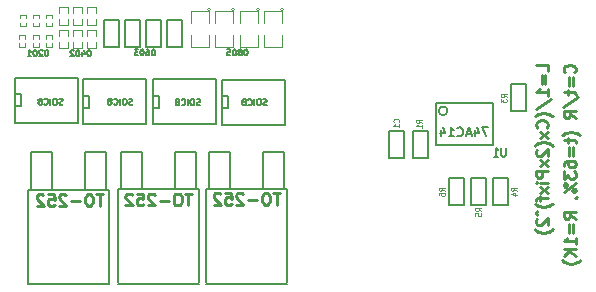
<source format=gbo>
G04 (created by PCBNEW (2013-07-07 BZR 4022)-stable) date 1/31/2014 1:18:34 AM*
%MOIN*%
G04 Gerber Fmt 3.4, Leading zero omitted, Abs format*
%FSLAX34Y34*%
G01*
G70*
G90*
G04 APERTURE LIST*
%ADD10C,0.00590551*%
%ADD11C,0.00984252*%
%ADD12C,0.005*%
%ADD13C,0.008*%
%ADD14C,0.0039*%
%ADD15C,0.0028*%
%ADD16C,0.00314961*%
%ADD17C,0.00625*%
%ADD18C,0.0063*%
%ADD19C,0.0045*%
G04 APERTURE END LIST*
G54D10*
G54D11*
X68644Y-63285D02*
X68419Y-63285D01*
X68532Y-63679D02*
X68532Y-63285D01*
X68213Y-63285D02*
X68138Y-63285D01*
X68101Y-63304D01*
X68063Y-63341D01*
X68044Y-63416D01*
X68044Y-63548D01*
X68063Y-63623D01*
X68101Y-63660D01*
X68138Y-63679D01*
X68213Y-63679D01*
X68251Y-63660D01*
X68288Y-63623D01*
X68307Y-63548D01*
X68307Y-63416D01*
X68288Y-63341D01*
X68251Y-63304D01*
X68213Y-63285D01*
X67876Y-63529D02*
X67576Y-63529D01*
X67407Y-63323D02*
X67388Y-63304D01*
X67351Y-63285D01*
X67257Y-63285D01*
X67220Y-63304D01*
X67201Y-63323D01*
X67182Y-63360D01*
X67182Y-63398D01*
X67201Y-63454D01*
X67426Y-63679D01*
X67182Y-63679D01*
X66826Y-63285D02*
X67013Y-63285D01*
X67032Y-63473D01*
X67013Y-63454D01*
X66976Y-63435D01*
X66882Y-63435D01*
X66845Y-63454D01*
X66826Y-63473D01*
X66807Y-63510D01*
X66807Y-63604D01*
X66826Y-63641D01*
X66845Y-63660D01*
X66882Y-63679D01*
X66976Y-63679D01*
X67013Y-63660D01*
X67032Y-63641D01*
X66657Y-63323D02*
X66638Y-63304D01*
X66601Y-63285D01*
X66507Y-63285D01*
X66470Y-63304D01*
X66451Y-63323D01*
X66432Y-63360D01*
X66432Y-63398D01*
X66451Y-63454D01*
X66676Y-63679D01*
X66432Y-63679D01*
X71604Y-63265D02*
X71379Y-63265D01*
X71492Y-63659D02*
X71492Y-63265D01*
X71173Y-63265D02*
X71098Y-63265D01*
X71061Y-63284D01*
X71023Y-63321D01*
X71004Y-63396D01*
X71004Y-63528D01*
X71023Y-63603D01*
X71061Y-63640D01*
X71098Y-63659D01*
X71173Y-63659D01*
X71211Y-63640D01*
X71248Y-63603D01*
X71267Y-63528D01*
X71267Y-63396D01*
X71248Y-63321D01*
X71211Y-63284D01*
X71173Y-63265D01*
X70836Y-63509D02*
X70536Y-63509D01*
X70367Y-63303D02*
X70348Y-63284D01*
X70311Y-63265D01*
X70217Y-63265D01*
X70180Y-63284D01*
X70161Y-63303D01*
X70142Y-63340D01*
X70142Y-63378D01*
X70161Y-63434D01*
X70386Y-63659D01*
X70142Y-63659D01*
X69786Y-63265D02*
X69973Y-63265D01*
X69992Y-63453D01*
X69973Y-63434D01*
X69936Y-63415D01*
X69842Y-63415D01*
X69805Y-63434D01*
X69786Y-63453D01*
X69767Y-63490D01*
X69767Y-63584D01*
X69786Y-63621D01*
X69805Y-63640D01*
X69842Y-63659D01*
X69936Y-63659D01*
X69973Y-63640D01*
X69992Y-63621D01*
X69617Y-63303D02*
X69598Y-63284D01*
X69561Y-63265D01*
X69467Y-63265D01*
X69430Y-63284D01*
X69411Y-63303D01*
X69392Y-63340D01*
X69392Y-63378D01*
X69411Y-63434D01*
X69636Y-63659D01*
X69392Y-63659D01*
X74544Y-63245D02*
X74319Y-63245D01*
X74432Y-63639D02*
X74432Y-63245D01*
X74113Y-63245D02*
X74038Y-63245D01*
X74001Y-63264D01*
X73963Y-63301D01*
X73944Y-63376D01*
X73944Y-63508D01*
X73963Y-63583D01*
X74001Y-63620D01*
X74038Y-63639D01*
X74113Y-63639D01*
X74151Y-63620D01*
X74188Y-63583D01*
X74207Y-63508D01*
X74207Y-63376D01*
X74188Y-63301D01*
X74151Y-63264D01*
X74113Y-63245D01*
X73776Y-63489D02*
X73476Y-63489D01*
X73307Y-63283D02*
X73288Y-63264D01*
X73251Y-63245D01*
X73157Y-63245D01*
X73120Y-63264D01*
X73101Y-63283D01*
X73082Y-63320D01*
X73082Y-63358D01*
X73101Y-63414D01*
X73326Y-63639D01*
X73082Y-63639D01*
X72726Y-63245D02*
X72913Y-63245D01*
X72932Y-63433D01*
X72913Y-63414D01*
X72876Y-63395D01*
X72782Y-63395D01*
X72745Y-63414D01*
X72726Y-63433D01*
X72707Y-63470D01*
X72707Y-63564D01*
X72726Y-63601D01*
X72745Y-63620D01*
X72782Y-63639D01*
X72876Y-63639D01*
X72913Y-63620D01*
X72932Y-63601D01*
X72557Y-63283D02*
X72538Y-63264D01*
X72501Y-63245D01*
X72407Y-63245D01*
X72370Y-63264D01*
X72351Y-63283D01*
X72332Y-63320D01*
X72332Y-63358D01*
X72351Y-63414D01*
X72576Y-63639D01*
X72332Y-63639D01*
G54D12*
X67304Y-60291D02*
X67276Y-60300D01*
X67228Y-60300D01*
X67209Y-60291D01*
X67200Y-60281D01*
X67190Y-60262D01*
X67190Y-60243D01*
X67200Y-60224D01*
X67209Y-60215D01*
X67228Y-60205D01*
X67266Y-60196D01*
X67285Y-60186D01*
X67295Y-60177D01*
X67304Y-60158D01*
X67304Y-60139D01*
X67295Y-60120D01*
X67285Y-60110D01*
X67266Y-60100D01*
X67219Y-60100D01*
X67190Y-60110D01*
X67066Y-60100D02*
X67028Y-60100D01*
X67009Y-60110D01*
X66990Y-60129D01*
X66980Y-60167D01*
X66980Y-60234D01*
X66990Y-60272D01*
X67009Y-60291D01*
X67028Y-60300D01*
X67066Y-60300D01*
X67085Y-60291D01*
X67104Y-60272D01*
X67114Y-60234D01*
X67114Y-60167D01*
X67104Y-60129D01*
X67085Y-60110D01*
X67066Y-60100D01*
X66895Y-60300D02*
X66895Y-60100D01*
X66685Y-60281D02*
X66695Y-60291D01*
X66723Y-60300D01*
X66742Y-60300D01*
X66771Y-60291D01*
X66790Y-60272D01*
X66800Y-60253D01*
X66809Y-60215D01*
X66809Y-60186D01*
X66800Y-60148D01*
X66790Y-60129D01*
X66771Y-60110D01*
X66742Y-60100D01*
X66723Y-60100D01*
X66695Y-60110D01*
X66685Y-60120D01*
X66571Y-60186D02*
X66590Y-60177D01*
X66600Y-60167D01*
X66609Y-60148D01*
X66609Y-60139D01*
X66600Y-60120D01*
X66590Y-60110D01*
X66571Y-60100D01*
X66533Y-60100D01*
X66514Y-60110D01*
X66504Y-60120D01*
X66495Y-60139D01*
X66495Y-60148D01*
X66504Y-60167D01*
X66514Y-60177D01*
X66533Y-60186D01*
X66571Y-60186D01*
X66590Y-60196D01*
X66600Y-60205D01*
X66609Y-60224D01*
X66609Y-60262D01*
X66600Y-60281D01*
X66590Y-60291D01*
X66571Y-60300D01*
X66533Y-60300D01*
X66514Y-60291D01*
X66504Y-60281D01*
X66495Y-60262D01*
X66495Y-60224D01*
X66504Y-60205D01*
X66514Y-60196D01*
X66533Y-60186D01*
X69624Y-60291D02*
X69596Y-60300D01*
X69548Y-60300D01*
X69529Y-60291D01*
X69520Y-60281D01*
X69510Y-60262D01*
X69510Y-60243D01*
X69520Y-60224D01*
X69529Y-60215D01*
X69548Y-60205D01*
X69586Y-60196D01*
X69605Y-60186D01*
X69615Y-60177D01*
X69624Y-60158D01*
X69624Y-60139D01*
X69615Y-60120D01*
X69605Y-60110D01*
X69586Y-60100D01*
X69539Y-60100D01*
X69510Y-60110D01*
X69386Y-60100D02*
X69348Y-60100D01*
X69329Y-60110D01*
X69310Y-60129D01*
X69300Y-60167D01*
X69300Y-60234D01*
X69310Y-60272D01*
X69329Y-60291D01*
X69348Y-60300D01*
X69386Y-60300D01*
X69405Y-60291D01*
X69424Y-60272D01*
X69434Y-60234D01*
X69434Y-60167D01*
X69424Y-60129D01*
X69405Y-60110D01*
X69386Y-60100D01*
X69215Y-60300D02*
X69215Y-60100D01*
X69005Y-60281D02*
X69015Y-60291D01*
X69043Y-60300D01*
X69062Y-60300D01*
X69091Y-60291D01*
X69110Y-60272D01*
X69120Y-60253D01*
X69129Y-60215D01*
X69129Y-60186D01*
X69120Y-60148D01*
X69110Y-60129D01*
X69091Y-60110D01*
X69062Y-60100D01*
X69043Y-60100D01*
X69015Y-60110D01*
X69005Y-60120D01*
X68891Y-60186D02*
X68910Y-60177D01*
X68920Y-60167D01*
X68929Y-60148D01*
X68929Y-60139D01*
X68920Y-60120D01*
X68910Y-60110D01*
X68891Y-60100D01*
X68853Y-60100D01*
X68834Y-60110D01*
X68824Y-60120D01*
X68815Y-60139D01*
X68815Y-60148D01*
X68824Y-60167D01*
X68834Y-60177D01*
X68853Y-60186D01*
X68891Y-60186D01*
X68910Y-60196D01*
X68920Y-60205D01*
X68929Y-60224D01*
X68929Y-60262D01*
X68920Y-60281D01*
X68910Y-60291D01*
X68891Y-60300D01*
X68853Y-60300D01*
X68834Y-60291D01*
X68824Y-60281D01*
X68815Y-60262D01*
X68815Y-60224D01*
X68824Y-60205D01*
X68834Y-60196D01*
X68853Y-60186D01*
X71884Y-60311D02*
X71856Y-60320D01*
X71808Y-60320D01*
X71789Y-60311D01*
X71780Y-60301D01*
X71770Y-60282D01*
X71770Y-60263D01*
X71780Y-60244D01*
X71789Y-60235D01*
X71808Y-60225D01*
X71846Y-60216D01*
X71865Y-60206D01*
X71875Y-60197D01*
X71884Y-60178D01*
X71884Y-60159D01*
X71875Y-60140D01*
X71865Y-60130D01*
X71846Y-60120D01*
X71799Y-60120D01*
X71770Y-60130D01*
X71646Y-60120D02*
X71608Y-60120D01*
X71589Y-60130D01*
X71570Y-60149D01*
X71560Y-60187D01*
X71560Y-60254D01*
X71570Y-60292D01*
X71589Y-60311D01*
X71608Y-60320D01*
X71646Y-60320D01*
X71665Y-60311D01*
X71684Y-60292D01*
X71694Y-60254D01*
X71694Y-60187D01*
X71684Y-60149D01*
X71665Y-60130D01*
X71646Y-60120D01*
X71475Y-60320D02*
X71475Y-60120D01*
X71265Y-60301D02*
X71275Y-60311D01*
X71303Y-60320D01*
X71322Y-60320D01*
X71351Y-60311D01*
X71370Y-60292D01*
X71380Y-60273D01*
X71389Y-60235D01*
X71389Y-60206D01*
X71380Y-60168D01*
X71370Y-60149D01*
X71351Y-60130D01*
X71322Y-60120D01*
X71303Y-60120D01*
X71275Y-60130D01*
X71265Y-60140D01*
X71151Y-60206D02*
X71170Y-60197D01*
X71180Y-60187D01*
X71189Y-60168D01*
X71189Y-60159D01*
X71180Y-60140D01*
X71170Y-60130D01*
X71151Y-60120D01*
X71113Y-60120D01*
X71094Y-60130D01*
X71084Y-60140D01*
X71075Y-60159D01*
X71075Y-60168D01*
X71084Y-60187D01*
X71094Y-60197D01*
X71113Y-60206D01*
X71151Y-60206D01*
X71170Y-60216D01*
X71180Y-60225D01*
X71189Y-60244D01*
X71189Y-60282D01*
X71180Y-60301D01*
X71170Y-60311D01*
X71151Y-60320D01*
X71113Y-60320D01*
X71094Y-60311D01*
X71084Y-60301D01*
X71075Y-60282D01*
X71075Y-60244D01*
X71084Y-60225D01*
X71094Y-60216D01*
X71113Y-60206D01*
X74104Y-60311D02*
X74076Y-60320D01*
X74028Y-60320D01*
X74009Y-60311D01*
X74000Y-60301D01*
X73990Y-60282D01*
X73990Y-60263D01*
X74000Y-60244D01*
X74009Y-60235D01*
X74028Y-60225D01*
X74066Y-60216D01*
X74085Y-60206D01*
X74095Y-60197D01*
X74104Y-60178D01*
X74104Y-60159D01*
X74095Y-60140D01*
X74085Y-60130D01*
X74066Y-60120D01*
X74019Y-60120D01*
X73990Y-60130D01*
X73866Y-60120D02*
X73828Y-60120D01*
X73809Y-60130D01*
X73790Y-60149D01*
X73780Y-60187D01*
X73780Y-60254D01*
X73790Y-60292D01*
X73809Y-60311D01*
X73828Y-60320D01*
X73866Y-60320D01*
X73885Y-60311D01*
X73904Y-60292D01*
X73914Y-60254D01*
X73914Y-60187D01*
X73904Y-60149D01*
X73885Y-60130D01*
X73866Y-60120D01*
X73695Y-60320D02*
X73695Y-60120D01*
X73485Y-60301D02*
X73495Y-60311D01*
X73523Y-60320D01*
X73542Y-60320D01*
X73571Y-60311D01*
X73590Y-60292D01*
X73600Y-60273D01*
X73609Y-60235D01*
X73609Y-60206D01*
X73600Y-60168D01*
X73590Y-60149D01*
X73571Y-60130D01*
X73542Y-60120D01*
X73523Y-60120D01*
X73495Y-60130D01*
X73485Y-60140D01*
X73371Y-60206D02*
X73390Y-60197D01*
X73400Y-60187D01*
X73409Y-60168D01*
X73409Y-60159D01*
X73400Y-60140D01*
X73390Y-60130D01*
X73371Y-60120D01*
X73333Y-60120D01*
X73314Y-60130D01*
X73304Y-60140D01*
X73295Y-60159D01*
X73295Y-60168D01*
X73304Y-60187D01*
X73314Y-60197D01*
X73333Y-60206D01*
X73371Y-60206D01*
X73390Y-60216D01*
X73400Y-60225D01*
X73409Y-60244D01*
X73409Y-60282D01*
X73400Y-60301D01*
X73390Y-60311D01*
X73371Y-60320D01*
X73333Y-60320D01*
X73314Y-60311D01*
X73304Y-60301D01*
X73295Y-60282D01*
X73295Y-60244D01*
X73304Y-60225D01*
X73314Y-60216D01*
X73333Y-60206D01*
X73415Y-58460D02*
X73396Y-58460D01*
X73377Y-58470D01*
X73367Y-58480D01*
X73358Y-58499D01*
X73348Y-58537D01*
X73348Y-58584D01*
X73358Y-58622D01*
X73367Y-58641D01*
X73377Y-58651D01*
X73396Y-58660D01*
X73415Y-58660D01*
X73434Y-58651D01*
X73443Y-58641D01*
X73453Y-58622D01*
X73462Y-58584D01*
X73462Y-58537D01*
X73453Y-58499D01*
X73443Y-58480D01*
X73434Y-58470D01*
X73415Y-58460D01*
X73234Y-58546D02*
X73253Y-58537D01*
X73262Y-58527D01*
X73272Y-58508D01*
X73272Y-58499D01*
X73262Y-58480D01*
X73253Y-58470D01*
X73234Y-58460D01*
X73196Y-58460D01*
X73177Y-58470D01*
X73167Y-58480D01*
X73158Y-58499D01*
X73158Y-58508D01*
X73167Y-58527D01*
X73177Y-58537D01*
X73196Y-58546D01*
X73234Y-58546D01*
X73253Y-58556D01*
X73262Y-58565D01*
X73272Y-58584D01*
X73272Y-58622D01*
X73262Y-58641D01*
X73253Y-58651D01*
X73234Y-58660D01*
X73196Y-58660D01*
X73177Y-58651D01*
X73167Y-58641D01*
X73158Y-58622D01*
X73158Y-58584D01*
X73167Y-58565D01*
X73177Y-58556D01*
X73196Y-58546D01*
X73034Y-58460D02*
X73015Y-58460D01*
X72996Y-58470D01*
X72986Y-58480D01*
X72977Y-58499D01*
X72967Y-58537D01*
X72967Y-58584D01*
X72977Y-58622D01*
X72986Y-58641D01*
X72996Y-58651D01*
X73015Y-58660D01*
X73034Y-58660D01*
X73053Y-58651D01*
X73062Y-58641D01*
X73072Y-58622D01*
X73081Y-58584D01*
X73081Y-58537D01*
X73072Y-58499D01*
X73062Y-58480D01*
X73053Y-58470D01*
X73034Y-58460D01*
X72786Y-58460D02*
X72881Y-58460D01*
X72891Y-58556D01*
X72881Y-58546D01*
X72862Y-58537D01*
X72815Y-58537D01*
X72796Y-58546D01*
X72786Y-58556D01*
X72777Y-58575D01*
X72777Y-58622D01*
X72786Y-58641D01*
X72796Y-58651D01*
X72815Y-58660D01*
X72862Y-58660D01*
X72881Y-58651D01*
X72891Y-58641D01*
X70335Y-58460D02*
X70316Y-58460D01*
X70297Y-58470D01*
X70287Y-58480D01*
X70278Y-58499D01*
X70268Y-58537D01*
X70268Y-58584D01*
X70278Y-58622D01*
X70287Y-58641D01*
X70297Y-58651D01*
X70316Y-58660D01*
X70335Y-58660D01*
X70354Y-58651D01*
X70363Y-58641D01*
X70373Y-58622D01*
X70382Y-58584D01*
X70382Y-58537D01*
X70373Y-58499D01*
X70363Y-58480D01*
X70354Y-58470D01*
X70335Y-58460D01*
X70097Y-58460D02*
X70135Y-58460D01*
X70154Y-58470D01*
X70163Y-58480D01*
X70182Y-58508D01*
X70192Y-58546D01*
X70192Y-58622D01*
X70182Y-58641D01*
X70173Y-58651D01*
X70154Y-58660D01*
X70116Y-58660D01*
X70097Y-58651D01*
X70087Y-58641D01*
X70078Y-58622D01*
X70078Y-58575D01*
X70087Y-58556D01*
X70097Y-58546D01*
X70116Y-58537D01*
X70154Y-58537D01*
X70173Y-58546D01*
X70182Y-58556D01*
X70192Y-58575D01*
X69954Y-58460D02*
X69935Y-58460D01*
X69916Y-58470D01*
X69906Y-58480D01*
X69897Y-58499D01*
X69887Y-58537D01*
X69887Y-58584D01*
X69897Y-58622D01*
X69906Y-58641D01*
X69916Y-58651D01*
X69935Y-58660D01*
X69954Y-58660D01*
X69973Y-58651D01*
X69982Y-58641D01*
X69992Y-58622D01*
X70001Y-58584D01*
X70001Y-58537D01*
X69992Y-58499D01*
X69982Y-58480D01*
X69973Y-58470D01*
X69954Y-58460D01*
X69820Y-58460D02*
X69697Y-58460D01*
X69763Y-58537D01*
X69735Y-58537D01*
X69716Y-58546D01*
X69706Y-58556D01*
X69697Y-58575D01*
X69697Y-58622D01*
X69706Y-58641D01*
X69716Y-58651D01*
X69735Y-58660D01*
X69792Y-58660D01*
X69811Y-58651D01*
X69820Y-58641D01*
X68195Y-58480D02*
X68176Y-58480D01*
X68157Y-58490D01*
X68147Y-58500D01*
X68138Y-58519D01*
X68128Y-58557D01*
X68128Y-58604D01*
X68138Y-58642D01*
X68147Y-58661D01*
X68157Y-58671D01*
X68176Y-58680D01*
X68195Y-58680D01*
X68214Y-58671D01*
X68223Y-58661D01*
X68233Y-58642D01*
X68242Y-58604D01*
X68242Y-58557D01*
X68233Y-58519D01*
X68223Y-58500D01*
X68214Y-58490D01*
X68195Y-58480D01*
X67957Y-58547D02*
X67957Y-58680D01*
X68004Y-58471D02*
X68052Y-58614D01*
X67928Y-58614D01*
X67814Y-58480D02*
X67795Y-58480D01*
X67776Y-58490D01*
X67766Y-58500D01*
X67757Y-58519D01*
X67747Y-58557D01*
X67747Y-58604D01*
X67757Y-58642D01*
X67766Y-58661D01*
X67776Y-58671D01*
X67795Y-58680D01*
X67814Y-58680D01*
X67833Y-58671D01*
X67842Y-58661D01*
X67852Y-58642D01*
X67861Y-58604D01*
X67861Y-58557D01*
X67852Y-58519D01*
X67842Y-58500D01*
X67833Y-58490D01*
X67814Y-58480D01*
X67671Y-58500D02*
X67661Y-58490D01*
X67642Y-58480D01*
X67595Y-58480D01*
X67576Y-58490D01*
X67566Y-58500D01*
X67557Y-58519D01*
X67557Y-58538D01*
X67566Y-58566D01*
X67680Y-58680D01*
X67557Y-58680D01*
X66775Y-58480D02*
X66756Y-58480D01*
X66737Y-58490D01*
X66727Y-58500D01*
X66718Y-58519D01*
X66708Y-58557D01*
X66708Y-58604D01*
X66718Y-58642D01*
X66727Y-58661D01*
X66737Y-58671D01*
X66756Y-58680D01*
X66775Y-58680D01*
X66794Y-58671D01*
X66803Y-58661D01*
X66813Y-58642D01*
X66822Y-58604D01*
X66822Y-58557D01*
X66813Y-58519D01*
X66803Y-58500D01*
X66794Y-58490D01*
X66775Y-58480D01*
X66632Y-58500D02*
X66622Y-58490D01*
X66603Y-58480D01*
X66556Y-58480D01*
X66537Y-58490D01*
X66527Y-58500D01*
X66518Y-58519D01*
X66518Y-58538D01*
X66527Y-58566D01*
X66641Y-58680D01*
X66518Y-58680D01*
X66394Y-58480D02*
X66375Y-58480D01*
X66356Y-58490D01*
X66346Y-58500D01*
X66337Y-58519D01*
X66327Y-58557D01*
X66327Y-58604D01*
X66337Y-58642D01*
X66346Y-58661D01*
X66356Y-58671D01*
X66375Y-58680D01*
X66394Y-58680D01*
X66413Y-58671D01*
X66422Y-58661D01*
X66432Y-58642D01*
X66441Y-58604D01*
X66441Y-58557D01*
X66432Y-58519D01*
X66422Y-58500D01*
X66413Y-58490D01*
X66394Y-58480D01*
X66137Y-58680D02*
X66251Y-58680D01*
X66194Y-58680D02*
X66194Y-58480D01*
X66213Y-58509D01*
X66232Y-58528D01*
X66251Y-58538D01*
G54D11*
X83479Y-59174D02*
X83479Y-58986D01*
X83085Y-58986D01*
X83273Y-59305D02*
X83273Y-59605D01*
X83385Y-59605D02*
X83385Y-59305D01*
X83479Y-59998D02*
X83479Y-59774D01*
X83479Y-59886D02*
X83085Y-59886D01*
X83141Y-59848D01*
X83179Y-59811D01*
X83198Y-59774D01*
X83066Y-60448D02*
X83573Y-60111D01*
X83629Y-60692D02*
X83610Y-60673D01*
X83554Y-60636D01*
X83516Y-60617D01*
X83460Y-60598D01*
X83366Y-60580D01*
X83291Y-60580D01*
X83198Y-60598D01*
X83141Y-60617D01*
X83104Y-60636D01*
X83048Y-60673D01*
X83029Y-60692D01*
X83441Y-61067D02*
X83460Y-61048D01*
X83479Y-60992D01*
X83479Y-60955D01*
X83460Y-60898D01*
X83423Y-60861D01*
X83385Y-60842D01*
X83310Y-60823D01*
X83254Y-60823D01*
X83179Y-60842D01*
X83141Y-60861D01*
X83104Y-60898D01*
X83085Y-60955D01*
X83085Y-60992D01*
X83104Y-61048D01*
X83123Y-61067D01*
X83479Y-61198D02*
X83216Y-61405D01*
X83216Y-61198D02*
X83479Y-61405D01*
X83629Y-61667D02*
X83610Y-61648D01*
X83554Y-61611D01*
X83516Y-61592D01*
X83460Y-61573D01*
X83366Y-61555D01*
X83291Y-61555D01*
X83198Y-61573D01*
X83141Y-61592D01*
X83104Y-61611D01*
X83048Y-61648D01*
X83029Y-61667D01*
X83123Y-61798D02*
X83104Y-61817D01*
X83085Y-61854D01*
X83085Y-61948D01*
X83104Y-61986D01*
X83123Y-62004D01*
X83160Y-62023D01*
X83198Y-62023D01*
X83254Y-62004D01*
X83479Y-61780D01*
X83479Y-62023D01*
X83479Y-62154D02*
X83216Y-62361D01*
X83216Y-62154D02*
X83479Y-62361D01*
X83479Y-62511D02*
X83085Y-62511D01*
X83085Y-62661D01*
X83104Y-62698D01*
X83123Y-62717D01*
X83160Y-62736D01*
X83216Y-62736D01*
X83254Y-62717D01*
X83273Y-62698D01*
X83291Y-62661D01*
X83291Y-62511D01*
X83479Y-62904D02*
X83216Y-62904D01*
X83085Y-62904D02*
X83104Y-62886D01*
X83123Y-62904D01*
X83104Y-62923D01*
X83085Y-62904D01*
X83123Y-62904D01*
X83479Y-63054D02*
X83216Y-63261D01*
X83216Y-63054D02*
X83479Y-63261D01*
X83216Y-63354D02*
X83216Y-63504D01*
X83479Y-63411D02*
X83141Y-63411D01*
X83104Y-63429D01*
X83085Y-63467D01*
X83085Y-63504D01*
X83629Y-63598D02*
X83610Y-63617D01*
X83554Y-63654D01*
X83516Y-63673D01*
X83460Y-63692D01*
X83366Y-63711D01*
X83291Y-63711D01*
X83198Y-63692D01*
X83141Y-63673D01*
X83104Y-63654D01*
X83048Y-63617D01*
X83029Y-63598D01*
X83123Y-63842D02*
X83066Y-63917D01*
X83123Y-63992D01*
X83123Y-64104D02*
X83104Y-64123D01*
X83085Y-64160D01*
X83085Y-64254D01*
X83104Y-64292D01*
X83123Y-64310D01*
X83160Y-64329D01*
X83198Y-64329D01*
X83254Y-64310D01*
X83479Y-64085D01*
X83479Y-64329D01*
X83629Y-64460D02*
X83610Y-64479D01*
X83554Y-64517D01*
X83516Y-64535D01*
X83460Y-64554D01*
X83366Y-64573D01*
X83291Y-64573D01*
X83198Y-64554D01*
X83141Y-64535D01*
X83104Y-64517D01*
X83048Y-64479D01*
X83029Y-64460D01*
X84361Y-59225D02*
X84380Y-59206D01*
X84399Y-59150D01*
X84399Y-59112D01*
X84380Y-59056D01*
X84343Y-59019D01*
X84305Y-59000D01*
X84230Y-58981D01*
X84174Y-58981D01*
X84099Y-59000D01*
X84061Y-59019D01*
X84024Y-59056D01*
X84005Y-59112D01*
X84005Y-59150D01*
X84024Y-59206D01*
X84043Y-59225D01*
X84193Y-59394D02*
X84193Y-59694D01*
X84305Y-59694D02*
X84305Y-59394D01*
X84136Y-59825D02*
X84136Y-59975D01*
X84005Y-59881D02*
X84343Y-59881D01*
X84380Y-59900D01*
X84399Y-59937D01*
X84399Y-59975D01*
X83986Y-60387D02*
X84493Y-60050D01*
X84399Y-60743D02*
X84211Y-60612D01*
X84399Y-60518D02*
X84005Y-60518D01*
X84005Y-60668D01*
X84024Y-60706D01*
X84043Y-60725D01*
X84080Y-60743D01*
X84136Y-60743D01*
X84174Y-60725D01*
X84193Y-60706D01*
X84211Y-60668D01*
X84211Y-60518D01*
X84549Y-61325D02*
X84530Y-61306D01*
X84474Y-61268D01*
X84436Y-61250D01*
X84380Y-61231D01*
X84286Y-61212D01*
X84211Y-61212D01*
X84118Y-61231D01*
X84061Y-61250D01*
X84024Y-61268D01*
X83968Y-61306D01*
X83949Y-61325D01*
X84136Y-61418D02*
X84136Y-61568D01*
X84005Y-61475D02*
X84343Y-61475D01*
X84380Y-61493D01*
X84399Y-61531D01*
X84399Y-61568D01*
X84193Y-61700D02*
X84193Y-62000D01*
X84305Y-62000D02*
X84305Y-61700D01*
X84005Y-62356D02*
X84005Y-62281D01*
X84024Y-62243D01*
X84043Y-62225D01*
X84099Y-62187D01*
X84174Y-62168D01*
X84324Y-62168D01*
X84361Y-62187D01*
X84380Y-62206D01*
X84399Y-62243D01*
X84399Y-62318D01*
X84380Y-62356D01*
X84361Y-62374D01*
X84324Y-62393D01*
X84230Y-62393D01*
X84193Y-62374D01*
X84174Y-62356D01*
X84155Y-62318D01*
X84155Y-62243D01*
X84174Y-62206D01*
X84193Y-62187D01*
X84230Y-62168D01*
X84005Y-62524D02*
X84005Y-62768D01*
X84155Y-62637D01*
X84155Y-62693D01*
X84174Y-62731D01*
X84193Y-62749D01*
X84230Y-62768D01*
X84324Y-62768D01*
X84361Y-62749D01*
X84380Y-62731D01*
X84399Y-62693D01*
X84399Y-62581D01*
X84380Y-62543D01*
X84361Y-62524D01*
X84399Y-62918D02*
X84005Y-63218D01*
X84005Y-62974D02*
X84024Y-63012D01*
X84061Y-63031D01*
X84099Y-63012D01*
X84118Y-62974D01*
X84099Y-62937D01*
X84061Y-62918D01*
X84024Y-62937D01*
X84005Y-62974D01*
X84380Y-63199D02*
X84343Y-63218D01*
X84305Y-63199D01*
X84286Y-63162D01*
X84305Y-63124D01*
X84343Y-63106D01*
X84380Y-63124D01*
X84399Y-63162D01*
X84380Y-63199D01*
X84380Y-63406D02*
X84399Y-63406D01*
X84436Y-63387D01*
X84455Y-63368D01*
X84399Y-64099D02*
X84211Y-63968D01*
X84399Y-63874D02*
X84005Y-63874D01*
X84005Y-64024D01*
X84024Y-64062D01*
X84043Y-64081D01*
X84080Y-64099D01*
X84136Y-64099D01*
X84174Y-64081D01*
X84193Y-64062D01*
X84211Y-64024D01*
X84211Y-63874D01*
X84193Y-64268D02*
X84193Y-64568D01*
X84305Y-64568D02*
X84305Y-64268D01*
X84399Y-64962D02*
X84399Y-64737D01*
X84399Y-64849D02*
X84005Y-64849D01*
X84061Y-64812D01*
X84099Y-64774D01*
X84118Y-64737D01*
X84399Y-65130D02*
X84005Y-65130D01*
X84399Y-65355D02*
X84174Y-65187D01*
X84005Y-65355D02*
X84230Y-65130D01*
X84549Y-65487D02*
X84530Y-65505D01*
X84474Y-65543D01*
X84436Y-65562D01*
X84380Y-65580D01*
X84286Y-65599D01*
X84211Y-65599D01*
X84118Y-65580D01*
X84061Y-65562D01*
X84024Y-65543D01*
X83968Y-65505D01*
X83949Y-65487D01*
G54D13*
X79730Y-61660D02*
X81630Y-61660D01*
X81630Y-61660D02*
X81630Y-60260D01*
X81630Y-60260D02*
X79730Y-60260D01*
X79730Y-60260D02*
X79730Y-61660D01*
X80130Y-60510D02*
G75*
G03X80130Y-60510I-150J0D01*
G74*
G01*
G54D12*
X78190Y-61190D02*
X78190Y-62090D01*
X78190Y-62090D02*
X78690Y-62090D01*
X78690Y-62090D02*
X78690Y-61190D01*
X78690Y-61190D02*
X78190Y-61190D01*
X78970Y-61190D02*
X78970Y-62090D01*
X78970Y-62090D02*
X79470Y-62090D01*
X79470Y-62090D02*
X79470Y-61190D01*
X79470Y-61190D02*
X78970Y-61190D01*
X80170Y-62750D02*
X80170Y-63650D01*
X80170Y-63650D02*
X80670Y-63650D01*
X80670Y-63650D02*
X80670Y-62750D01*
X80670Y-62750D02*
X80170Y-62750D01*
X80910Y-62750D02*
X80910Y-63650D01*
X80910Y-63650D02*
X81410Y-63650D01*
X81410Y-63650D02*
X81410Y-62750D01*
X81410Y-62750D02*
X80910Y-62750D01*
X81650Y-62750D02*
X81650Y-63650D01*
X81650Y-63650D02*
X82150Y-63650D01*
X82150Y-63650D02*
X82150Y-62750D01*
X82150Y-62750D02*
X81650Y-62750D01*
X82730Y-60530D02*
X82730Y-59630D01*
X82730Y-59630D02*
X82230Y-59630D01*
X82230Y-59630D02*
X82230Y-60530D01*
X82230Y-60530D02*
X82730Y-60530D01*
X73970Y-63120D02*
X73970Y-61870D01*
X73970Y-61870D02*
X74670Y-61870D01*
X74670Y-61870D02*
X74670Y-63120D01*
X72170Y-63120D02*
X72170Y-61870D01*
X72170Y-61870D02*
X72870Y-61870D01*
X72870Y-61870D02*
X72870Y-63120D01*
X74770Y-65520D02*
X74770Y-63120D01*
X74770Y-63120D02*
X72070Y-63120D01*
X72070Y-63120D02*
X72070Y-66220D01*
X72070Y-66270D02*
X74770Y-66270D01*
X74770Y-66220D02*
X74770Y-65520D01*
X71030Y-63120D02*
X71030Y-61870D01*
X71030Y-61870D02*
X71730Y-61870D01*
X71730Y-61870D02*
X71730Y-63120D01*
X69230Y-63120D02*
X69230Y-61870D01*
X69230Y-61870D02*
X69930Y-61870D01*
X69930Y-61870D02*
X69930Y-63120D01*
X71830Y-65520D02*
X71830Y-63120D01*
X71830Y-63120D02*
X69130Y-63120D01*
X69130Y-63120D02*
X69130Y-66220D01*
X69130Y-66270D02*
X71830Y-66270D01*
X71830Y-66220D02*
X71830Y-65520D01*
X68050Y-63140D02*
X68050Y-61890D01*
X68050Y-61890D02*
X68750Y-61890D01*
X68750Y-61890D02*
X68750Y-63140D01*
X66250Y-63140D02*
X66250Y-61890D01*
X66250Y-61890D02*
X66950Y-61890D01*
X66950Y-61890D02*
X66950Y-63140D01*
X68850Y-65540D02*
X68850Y-63140D01*
X68850Y-63140D02*
X66150Y-63140D01*
X66150Y-63140D02*
X66150Y-66240D01*
X66150Y-66290D02*
X68850Y-66290D01*
X68850Y-66240D02*
X68850Y-65540D01*
X72610Y-59520D02*
X72610Y-59470D01*
X72610Y-59470D02*
X74710Y-59470D01*
X74710Y-60970D02*
X72610Y-60970D01*
X72610Y-60970D02*
X72610Y-59520D01*
X72610Y-60420D02*
X72810Y-60420D01*
X72810Y-60420D02*
X72810Y-60020D01*
X72810Y-60020D02*
X72610Y-60020D01*
X74710Y-60970D02*
X74710Y-59470D01*
X70310Y-59500D02*
X70310Y-59450D01*
X70310Y-59450D02*
X72410Y-59450D01*
X72410Y-60950D02*
X70310Y-60950D01*
X70310Y-60950D02*
X70310Y-59500D01*
X70310Y-60400D02*
X70510Y-60400D01*
X70510Y-60400D02*
X70510Y-60000D01*
X70510Y-60000D02*
X70310Y-60000D01*
X72410Y-60950D02*
X72410Y-59450D01*
X67990Y-59500D02*
X67990Y-59450D01*
X67990Y-59450D02*
X70090Y-59450D01*
X70090Y-60950D02*
X67990Y-60950D01*
X67990Y-60950D02*
X67990Y-59500D01*
X67990Y-60400D02*
X68190Y-60400D01*
X68190Y-60400D02*
X68190Y-60000D01*
X68190Y-60000D02*
X67990Y-60000D01*
X70090Y-60950D02*
X70090Y-59450D01*
X65710Y-59460D02*
X65710Y-59410D01*
X65710Y-59410D02*
X67810Y-59410D01*
X67810Y-60910D02*
X65710Y-60910D01*
X65710Y-60910D02*
X65710Y-59460D01*
X65710Y-60360D02*
X65910Y-60360D01*
X65910Y-60360D02*
X65910Y-59960D01*
X65910Y-59960D02*
X65710Y-59960D01*
X67810Y-60910D02*
X67810Y-59410D01*
G54D14*
X74670Y-57130D02*
G75*
G03X74670Y-57130I-50J0D01*
G74*
G01*
X74620Y-57580D02*
X74620Y-57180D01*
X74620Y-57180D02*
X74020Y-57180D01*
X74020Y-57180D02*
X74020Y-57580D01*
X74020Y-57980D02*
X74020Y-58380D01*
X74020Y-58380D02*
X74620Y-58380D01*
X74620Y-58380D02*
X74620Y-57980D01*
X73850Y-57130D02*
G75*
G03X73850Y-57130I-50J0D01*
G74*
G01*
X73800Y-57580D02*
X73800Y-57180D01*
X73800Y-57180D02*
X73200Y-57180D01*
X73200Y-57180D02*
X73200Y-57580D01*
X73200Y-57980D02*
X73200Y-58380D01*
X73200Y-58380D02*
X73800Y-58380D01*
X73800Y-58380D02*
X73800Y-57980D01*
X73030Y-57130D02*
G75*
G03X73030Y-57130I-50J0D01*
G74*
G01*
X72980Y-57580D02*
X72980Y-57180D01*
X72980Y-57180D02*
X72380Y-57180D01*
X72380Y-57180D02*
X72380Y-57580D01*
X72380Y-57980D02*
X72380Y-58380D01*
X72380Y-58380D02*
X72980Y-58380D01*
X72980Y-58380D02*
X72980Y-57980D01*
X72230Y-57130D02*
G75*
G03X72230Y-57130I-50J0D01*
G74*
G01*
X72180Y-57580D02*
X72180Y-57180D01*
X72180Y-57180D02*
X71580Y-57180D01*
X71580Y-57180D02*
X71580Y-57580D01*
X71580Y-57980D02*
X71580Y-58380D01*
X71580Y-58380D02*
X72180Y-58380D01*
X72180Y-58380D02*
X72180Y-57980D01*
G54D12*
X70770Y-57470D02*
X70770Y-58370D01*
X70770Y-58370D02*
X71270Y-58370D01*
X71270Y-58370D02*
X71270Y-57470D01*
X71270Y-57470D02*
X70770Y-57470D01*
X70070Y-57470D02*
X70070Y-58370D01*
X70070Y-58370D02*
X70570Y-58370D01*
X70570Y-58370D02*
X70570Y-57470D01*
X70570Y-57470D02*
X70070Y-57470D01*
X69370Y-57470D02*
X69370Y-58370D01*
X69370Y-58370D02*
X69870Y-58370D01*
X69870Y-58370D02*
X69870Y-57470D01*
X69870Y-57470D02*
X69370Y-57470D01*
X68690Y-57470D02*
X68690Y-58370D01*
X68690Y-58370D02*
X69190Y-58370D01*
X69190Y-58370D02*
X69190Y-57470D01*
X69190Y-57470D02*
X68690Y-57470D01*
G54D15*
X68110Y-58000D02*
X68110Y-57800D01*
X68110Y-57800D02*
X68410Y-57800D01*
X68410Y-57800D02*
X68410Y-58000D01*
X68110Y-58200D02*
X68110Y-58400D01*
X68110Y-58400D02*
X68410Y-58400D01*
X68410Y-58400D02*
X68410Y-58200D01*
X68410Y-57440D02*
X68410Y-57640D01*
X68410Y-57640D02*
X68110Y-57640D01*
X68110Y-57640D02*
X68110Y-57440D01*
X68410Y-57240D02*
X68410Y-57040D01*
X68410Y-57040D02*
X68110Y-57040D01*
X68110Y-57040D02*
X68110Y-57240D01*
X67650Y-58000D02*
X67650Y-57800D01*
X67650Y-57800D02*
X67950Y-57800D01*
X67950Y-57800D02*
X67950Y-58000D01*
X67650Y-58200D02*
X67650Y-58400D01*
X67650Y-58400D02*
X67950Y-58400D01*
X67950Y-58400D02*
X67950Y-58200D01*
X67650Y-57240D02*
X67650Y-57040D01*
X67650Y-57040D02*
X67950Y-57040D01*
X67950Y-57040D02*
X67950Y-57240D01*
X67650Y-57440D02*
X67650Y-57640D01*
X67650Y-57640D02*
X67950Y-57640D01*
X67950Y-57640D02*
X67950Y-57440D01*
X67190Y-58000D02*
X67190Y-57800D01*
X67190Y-57800D02*
X67490Y-57800D01*
X67490Y-57800D02*
X67490Y-58000D01*
X67190Y-58200D02*
X67190Y-58400D01*
X67190Y-58400D02*
X67490Y-58400D01*
X67490Y-58400D02*
X67490Y-58200D01*
X67190Y-57240D02*
X67190Y-57040D01*
X67190Y-57040D02*
X67490Y-57040D01*
X67490Y-57040D02*
X67490Y-57240D01*
X67190Y-57440D02*
X67190Y-57640D01*
X67190Y-57640D02*
X67490Y-57640D01*
X67490Y-57640D02*
X67490Y-57440D01*
G54D16*
X66741Y-58258D02*
X66741Y-58357D01*
X66741Y-58357D02*
X66741Y-58376D01*
X66741Y-58376D02*
X66938Y-58376D01*
X66938Y-58376D02*
X66938Y-58258D01*
X66741Y-58101D02*
X66741Y-57983D01*
X66741Y-57983D02*
X66938Y-57983D01*
X66938Y-57983D02*
X66938Y-58101D01*
X66741Y-57578D02*
X66741Y-57677D01*
X66741Y-57677D02*
X66741Y-57696D01*
X66741Y-57696D02*
X66938Y-57696D01*
X66938Y-57696D02*
X66938Y-57578D01*
X66741Y-57421D02*
X66741Y-57303D01*
X66741Y-57303D02*
X66938Y-57303D01*
X66938Y-57303D02*
X66938Y-57421D01*
X66301Y-58258D02*
X66301Y-58357D01*
X66301Y-58357D02*
X66301Y-58376D01*
X66301Y-58376D02*
X66498Y-58376D01*
X66498Y-58376D02*
X66498Y-58258D01*
X66301Y-58101D02*
X66301Y-57983D01*
X66301Y-57983D02*
X66498Y-57983D01*
X66498Y-57983D02*
X66498Y-58101D01*
X66301Y-57578D02*
X66301Y-57677D01*
X66301Y-57677D02*
X66301Y-57696D01*
X66301Y-57696D02*
X66498Y-57696D01*
X66498Y-57696D02*
X66498Y-57578D01*
X66301Y-57421D02*
X66301Y-57303D01*
X66301Y-57303D02*
X66498Y-57303D01*
X66498Y-57303D02*
X66498Y-57421D01*
X65861Y-58258D02*
X65861Y-58357D01*
X65861Y-58357D02*
X65861Y-58376D01*
X65861Y-58376D02*
X66058Y-58376D01*
X66058Y-58376D02*
X66058Y-58258D01*
X65861Y-58101D02*
X65861Y-57983D01*
X65861Y-57983D02*
X66058Y-57983D01*
X66058Y-57983D02*
X66058Y-58101D01*
X65881Y-57578D02*
X65881Y-57677D01*
X65881Y-57677D02*
X65881Y-57696D01*
X65881Y-57696D02*
X66078Y-57696D01*
X66078Y-57696D02*
X66078Y-57578D01*
X65881Y-57421D02*
X65881Y-57303D01*
X65881Y-57303D02*
X66078Y-57303D01*
X66078Y-57303D02*
X66078Y-57421D01*
G54D17*
X82070Y-61741D02*
X82070Y-61984D01*
X82058Y-62012D01*
X82046Y-62027D01*
X82022Y-62041D01*
X81975Y-62041D01*
X81951Y-62027D01*
X81939Y-62012D01*
X81927Y-61984D01*
X81927Y-61741D01*
X81677Y-62041D02*
X81820Y-62041D01*
X81749Y-62041D02*
X81749Y-61741D01*
X81772Y-61784D01*
X81796Y-61812D01*
X81820Y-61827D01*
G54D18*
X81487Y-61061D02*
X81287Y-61061D01*
X81415Y-61361D01*
X81044Y-61161D02*
X81044Y-61361D01*
X81115Y-61047D02*
X81187Y-61261D01*
X81001Y-61261D01*
X80901Y-61275D02*
X80758Y-61275D01*
X80930Y-61361D02*
X80830Y-61061D01*
X80730Y-61361D01*
X80458Y-61332D02*
X80472Y-61347D01*
X80515Y-61361D01*
X80544Y-61361D01*
X80587Y-61347D01*
X80615Y-61318D01*
X80629Y-61290D01*
X80644Y-61232D01*
X80644Y-61190D01*
X80629Y-61132D01*
X80615Y-61104D01*
X80587Y-61075D01*
X80544Y-61061D01*
X80515Y-61061D01*
X80472Y-61075D01*
X80458Y-61090D01*
X80172Y-61361D02*
X80344Y-61361D01*
X80258Y-61361D02*
X80258Y-61061D01*
X80287Y-61104D01*
X80315Y-61132D01*
X80344Y-61147D01*
X79915Y-61161D02*
X79915Y-61361D01*
X79987Y-61047D02*
X80058Y-61261D01*
X79872Y-61261D01*
G54D19*
X78501Y-60890D02*
X78511Y-60881D01*
X78520Y-60855D01*
X78520Y-60838D01*
X78511Y-60812D01*
X78492Y-60795D01*
X78473Y-60787D01*
X78435Y-60778D01*
X78406Y-60778D01*
X78368Y-60787D01*
X78349Y-60795D01*
X78330Y-60812D01*
X78320Y-60838D01*
X78320Y-60855D01*
X78330Y-60881D01*
X78340Y-60890D01*
X78520Y-61061D02*
X78520Y-60958D01*
X78520Y-61010D02*
X78320Y-61010D01*
X78349Y-60992D01*
X78368Y-60975D01*
X78378Y-60958D01*
X79280Y-60910D02*
X79185Y-60850D01*
X79280Y-60807D02*
X79080Y-60807D01*
X79080Y-60875D01*
X79090Y-60892D01*
X79100Y-60901D01*
X79119Y-60910D01*
X79147Y-60910D01*
X79166Y-60901D01*
X79176Y-60892D01*
X79185Y-60875D01*
X79185Y-60807D01*
X79280Y-61081D02*
X79280Y-60978D01*
X79280Y-61030D02*
X79080Y-61030D01*
X79109Y-61012D01*
X79128Y-60995D01*
X79138Y-60978D01*
X80040Y-63170D02*
X79945Y-63110D01*
X80040Y-63067D02*
X79840Y-63067D01*
X79840Y-63135D01*
X79850Y-63152D01*
X79860Y-63161D01*
X79879Y-63170D01*
X79907Y-63170D01*
X79926Y-63161D01*
X79936Y-63152D01*
X79945Y-63135D01*
X79945Y-63067D01*
X79840Y-63324D02*
X79840Y-63290D01*
X79850Y-63272D01*
X79860Y-63264D01*
X79888Y-63247D01*
X79926Y-63238D01*
X80002Y-63238D01*
X80021Y-63247D01*
X80031Y-63255D01*
X80040Y-63272D01*
X80040Y-63307D01*
X80031Y-63324D01*
X80021Y-63332D01*
X80002Y-63341D01*
X79955Y-63341D01*
X79936Y-63332D01*
X79926Y-63324D01*
X79917Y-63307D01*
X79917Y-63272D01*
X79926Y-63255D01*
X79936Y-63247D01*
X79955Y-63238D01*
X81260Y-63850D02*
X81165Y-63790D01*
X81260Y-63747D02*
X81060Y-63747D01*
X81060Y-63815D01*
X81070Y-63832D01*
X81080Y-63841D01*
X81099Y-63850D01*
X81127Y-63850D01*
X81146Y-63841D01*
X81156Y-63832D01*
X81165Y-63815D01*
X81165Y-63747D01*
X81060Y-64012D02*
X81060Y-63927D01*
X81156Y-63918D01*
X81146Y-63927D01*
X81137Y-63944D01*
X81137Y-63987D01*
X81146Y-64004D01*
X81156Y-64012D01*
X81175Y-64021D01*
X81222Y-64021D01*
X81241Y-64012D01*
X81251Y-64004D01*
X81260Y-63987D01*
X81260Y-63944D01*
X81251Y-63927D01*
X81241Y-63918D01*
X82440Y-63170D02*
X82345Y-63110D01*
X82440Y-63067D02*
X82240Y-63067D01*
X82240Y-63135D01*
X82250Y-63152D01*
X82260Y-63161D01*
X82279Y-63170D01*
X82307Y-63170D01*
X82326Y-63161D01*
X82336Y-63152D01*
X82345Y-63135D01*
X82345Y-63067D01*
X82307Y-63324D02*
X82440Y-63324D01*
X82231Y-63281D02*
X82374Y-63238D01*
X82374Y-63350D01*
X82100Y-60050D02*
X82005Y-59990D01*
X82100Y-59947D02*
X81900Y-59947D01*
X81900Y-60015D01*
X81910Y-60032D01*
X81920Y-60041D01*
X81939Y-60050D01*
X81967Y-60050D01*
X81986Y-60041D01*
X81996Y-60032D01*
X82005Y-60015D01*
X82005Y-59947D01*
X81900Y-60110D02*
X81900Y-60221D01*
X81977Y-60161D01*
X81977Y-60187D01*
X81986Y-60204D01*
X81996Y-60212D01*
X82015Y-60221D01*
X82062Y-60221D01*
X82081Y-60212D01*
X82091Y-60204D01*
X82100Y-60187D01*
X82100Y-60135D01*
X82091Y-60118D01*
X82081Y-60110D01*
M02*

</source>
